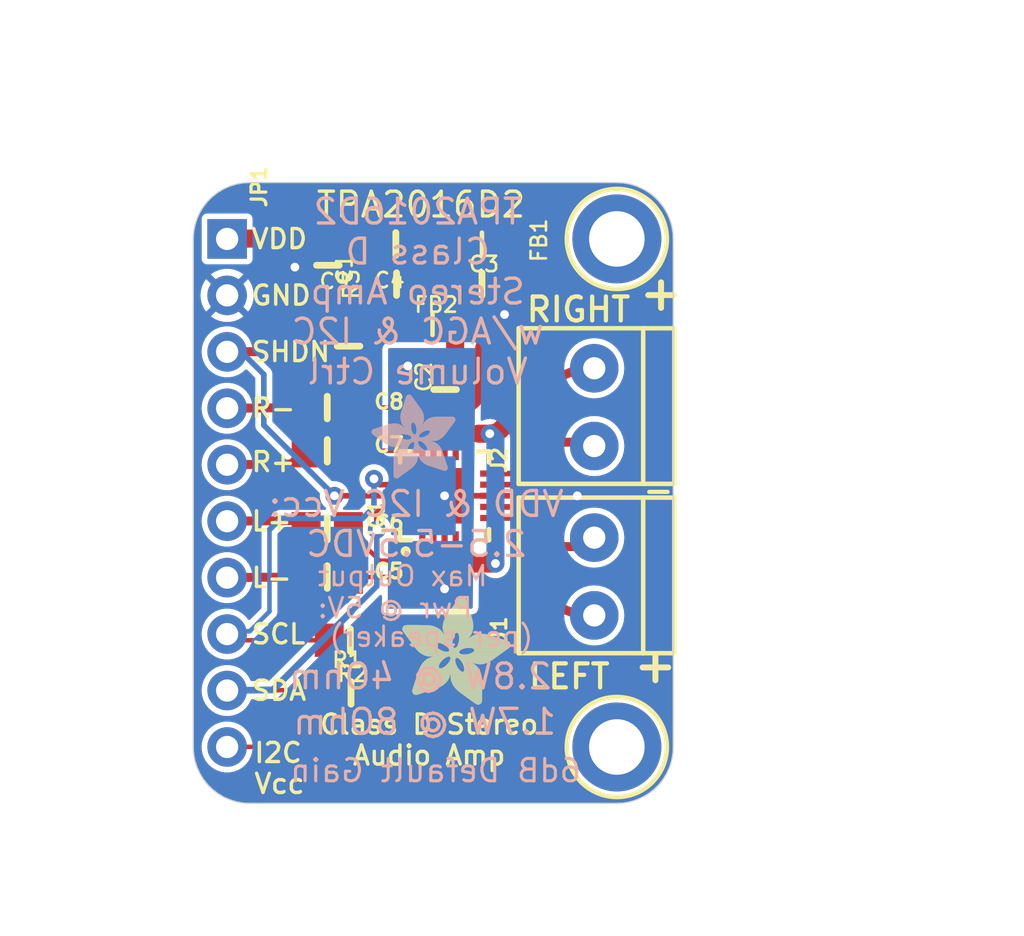
<source format=kicad_pcb>
(kicad_pcb (version 20221018) (generator pcbnew)
  (layers (0 "F.Cu" signal) (31 "B.Cu" signal) (34 "B.Paste" user) (35 "F.Paste" user) (36 "B.SilkS" user "B.Silkscreen") (37 "F.SilkS" user "F.Silkscreen") (38 "B.Mask" user) (39 "F.Mask" user) (44 "Edge.Cuts" user))
  (net 0 "")
  (net 1 "SCL")
  (net 2 "SDA")
  (net 3 "VDD")
  (net 4 "GND")
  (net 5 "AVDD")
  (net 6 "AGND")
  (net 7 "IN_L_N")
  (net 8 "IN_L_P")
  (net 9 "IN_R_N")
  (net 10 "IN_R_P")
  (net 11 "OUT_L_N")
  (net 12 "OUT_L_P")
  (net 13 "OUT_R_N")
  (net 14 "OUT_R_P")
  (net 15 "N$1")
  (net 16 "N$2")
  (net 17 "N$3")
  (net 18 "N$4")
  (net 19 "SHUTDOWN")
  (net 20 "I2C_VCC")
  (footprint "working:_0805MP" (layer "F.Cu") (at 150.6901 93.7986)
    (fp_text reference "FB1" (at 2.5635 0.8915 90) (layer "F.SilkS") (effects (font (size 0.692831 0.692831) (thickness 0.119969)) (justify left)))
    (fp_text value "ferrite")
    (pad "1" smd rect (at -1.016 0) (size 1.2 1.3) (layers "F.Cu" "F.Paste" "F.Mask") (net 3 "VDD"))
    (pad "2" smd rect (at 1.016 0) (size 1.2 1.3) (layers "F.Cu" "F.Paste" "F.Mask") (net 5 "AVDD"))
  )
  (footprint "working:0805-NO" (layer "F.Cu") (at 144.8011 113.9976)
    (fp_text reference "R2" (at -0.6875 -0.8525) (layer "F.SilkS") (effects (font (size 0.692831 0.692831) (thickness 0.119969)) (justify left)))
    (fp_text value "10K")
    (pad "1" smd rect (at -0.95 0) (size 1.3 1.5) (layers "F.Cu" "F.Paste" "F.Mask") (net 2 "SDA"))
    (pad "2" smd rect (at 0.95 0) (size 1.3 1.5) (layers "F.Cu" "F.Paste" "F.Mask") (net 20 "I2C_VCC"))
  )
  (footprint "working:TERMBLOCK_1X2-3.5MM" (layer "F.Cu") (at 155.7401 108.8136 90)
    (fp_text reference "J1" (at -3 -3.89 90) (layer "F.SilkS") (effects (font (size 0.666496 0.666496) (thickness 0.146304)) (justify left bottom)))
    (fp_text value "")
    (pad "1" thru_hole circle (at 1.8 0 90) (size 2.1844 2.1844) (drill 1) (layers "*.Cu" "*.Mask") (net 11 "OUT_L_N"))
    (pad "2" thru_hole circle (at -1.7 0 90) (size 2.1844 2.1844) (drill 1) (layers "*.Cu" "*.Mask") (net 12 "OUT_L_P"))
  )
  (footprint "working:MOUNTINGHOLE_2.5_PLATED_THICK" (layer "F.Cu") (at 156.7561 116.4336)
    (fp_text reference "U$20" hide)
    (fp_text value "MOUNTINGHOLE2.5_THICK" hide)
    (pad "P$1" thru_hole circle (at 0 0) (size 4 4) (drill 2.5) (layers "*.Cu" "*.Mask"))
    (zone (net 0) (net_name "") (layer "B.Cu") (connect_pads (clearance 0)) (min_thickness 0.25)
      (keepout (tracks not_allowed) (vias not_allowed) (pads not_allowed) (copperpour not_allowed) (footprints allowed))
      (fill (thermal_gap 0.5) (thermal_bridge_width 0.5))
      (polygon (pts (xy 159.0221 116.4336) (xy 159.001882 116.131572) (xy 158.941587 115.834933) (xy 158.842293 115.548978) (xy 158.70577 115.278809) (xy 158.534455 115.029247) (xy 158.331406 114.804746) (xy 158.100245 114.609311) (xy 157.845098 114.446431) (xy 157.570518 114.319013) (xy 157.281404 114.229329) (xy 156.982917 114.17898) (xy 156.680382 114.168865) (xy 156.379198 114.199165) (xy 156.08474 114.269338) (xy 155.802262 114.378132) (xy 155.536805 114.523606) (xy 155.293107 114.703164) (xy 155.075516 114.913602) (xy 154.887915 115.151164) (xy 154.733652 115.411611) (xy 154.61548 115.690296) (xy 154.535507 115.982245) (xy 154.49516 116.282248) (xy 154.49516 116.584952) (xy 154.535507 116.884955) (xy 154.61548 117.176904) (xy 154.733652 117.455589) (xy 154.887915 117.716036) (xy 155.075516 117.953598) (xy 155.293107 118.164036) (xy 155.536805 118.343594) (xy 155.802262 118.489068) (xy 156.08474 118.597862) (xy 156.379198 118.668035) (xy 156.680382 118.698335) (xy 156.982917 118.68822) (xy 157.281404 118.637871) (xy 157.570518 118.548187) (xy 157.845098 118.420769) (xy 158.100245 118.257889) (xy 158.331406 118.062454) (xy 158.534455 117.837953) (xy 158.70577 117.588391) (xy 158.842293 117.318222) (xy 158.941587 117.032267) (xy 159.001882 116.735628)))
      (polygon (pts (xy 156.9901 116.4336) (xy 156.96987 116.338424) (xy 156.912677 116.259704) (xy 156.82841 116.211053) (xy 156.73164 116.200882) (xy 156.6391 116.23095) (xy 156.56679 116.296058) (xy 156.527213 116.384949) (xy 156.527213 116.482251) (xy 156.56679 116.571142) (xy 156.6391 116.63625) (xy 156.73164 116.666318) (xy 156.82841 116.656147) (xy 156.912677 116.607496) (xy 156.96987 116.528776)))
    )
  )
  (footprint "working:0805-NO" (layer "F.Cu") (at 146.8171 93.7986 180)
    (fp_text reference "C4" (at 1.0395 -1.6355) (layer "F.SilkS") (effects (font (size 0.692831 0.692831) (thickness 0.119969)) (justify left)))
    (fp_text value "0.1µF")
    (pad "1" smd rect (at -0.95 0 180) (size 1.3 1.5) (layers "F.Cu" "F.Paste" "F.Mask") (net 3 "VDD"))
    (pad "2" smd rect (at 0.95 0 180) (size 1.3 1.5) (layers "F.Cu" "F.Paste" "F.Mask") (net 4 "GND"))
  )
  (footprint "working:0805-NO" (layer "F.Cu") (at 146.8501 95.6056 180)
    (fp_text reference "C9" (at 2.032 0.127) (layer "F.SilkS") (effects (font (size 0.692831 0.692831) (thickness 0.119969)) (justify right)))
    (fp_text value "10µF")
    (pad "1" smd rect (at -0.95 0 180) (size 1.3 1.5) (layers "F.Cu" "F.Paste" "F.Mask") (net 3 "VDD"))
    (pad "2" smd rect (at 0.95 0 180) (size 1.3 1.5) (layers "F.Cu" "F.Paste" "F.Mask") (net 4 "GND"))
  )
  (footprint "working:0805-NO" (layer "F.Cu") (at 143.7601 94.7596 -90)
    (fp_text reference "C1" (at -0.5875 -0.7525 90) (layer "F.SilkS") (effects (font (size 0.692831 0.692831) (thickness 0.119969)) (justify right)))
    (fp_text value "10µF")
    (pad "1" smd rect (at -0.95 0 270) (size 1.3 1.5) (layers "F.Cu" "F.Paste" "F.Mask") (net 3 "VDD"))
    (pad "2" smd rect (at 0.95 0 270) (size 1.3 1.5) (layers "F.Cu" "F.Paste" "F.Mask") (net 4 "GND"))
  )
  (footprint "working:0805-NO" (layer "F.Cu") (at 143.7331 103.1056)
    (fp_text reference "C7" (at 2.032 0.127) (layer "F.SilkS") (effects (font (size 0.666496 0.666496) (thickness 0.146304)) (justify left bottom)))
    (fp_text value "1µF")
    (pad "1" smd rect (at -0.95 0) (size 1.3 1.5) (layers "F.Cu" "F.Paste" "F.Mask") (net 10 "IN_R_P"))
    (pad "2" smd rect (at 0.95 0) (size 1.3 1.5) (layers "F.Cu" "F.Paste" "F.Mask") (net 18 "N$4"))
  )
  (footprint "working:0805-NO" (layer "F.Cu") (at 143.7331 108.7866)
    (fp_text reference "C5" (at 2.032 0.127) (layer "F.SilkS") (effects (font (size 0.666496 0.666496) (thickness 0.146304)) (justify left bottom)))
    (fp_text value "1µF")
    (pad "1" smd rect (at -0.95 0) (size 1.3 1.5) (layers "F.Cu" "F.Paste" "F.Mask") (net 7 "IN_L_N"))
    (pad "2" smd rect (at 0.95 0) (size 1.3 1.5) (layers "F.Cu" "F.Paste" "F.Mask") (net 16 "N$2"))
  )
  (footprint "working:0805-NO" (layer "F.Cu") (at 143.7331 106.6146)
    (fp_text reference "C6" (at 2.032 0.127) (layer "F.SilkS") (effects (font (size 0.666496 0.666496) (thickness 0.146304)) (justify left bottom)))
    (fp_text value "1µF")
    (pad "1" smd rect (at -0.95 0) (size 1.3 1.5) (layers "F.Cu" "F.Paste" "F.Mask") (net 8 "IN_L_P"))
    (pad "2" smd rect (at 0.95 0) (size 1.3 1.5) (layers "F.Cu" "F.Paste" "F.Mask") (net 15 "N$1"))
  )
  (footprint "working:QFN20_4MM" (layer "F.Cu") (at 149.0091 105.1306 90)
    (fp_text reference "IC1" (at -1.905 -2.667 90) (layer "F.SilkS") (effects (font (size 0.666496 0.666496) (thickness 0.146304)) (justify left bottom)))
    (fp_text value "TPA2016D2QFN")
    (pad "P$1" smd rect (at -1.965 -1 180) (size 0.28 0.73) (layers "F.Cu" "F.Paste") (net 15 "N$1"))
    (pad "P$2" smd rect (at -1.965 -0.5 180) (size 0.28 0.73) (layers "F.Cu" "F.Paste") (net 16 "N$2"))
    (pad "P$3" smd rect (at -1.965 0 180) (size 0.28 0.73) (layers "F.Cu" "F.Paste") (net 6 "AGND"))
    (pad "P$4" smd rect (at -1.965 0.5 180) (size 0.28 0.73) (layers "F.Cu" "F.Paste") (net 3 "VDD"))
    (pad "P$5" smd rect (at -1.965 1 180) (size 0.28 0.73) (layers "F.Cu" "F.Paste") (net 3 "VDD"))
    (pad "P$6" smd rect (at -1 1.965 270) (size 0.28 0.73) (layers "F.Cu" "F.Paste") (net 12 "OUT_L_P"))
    (pad "P$7" smd rect (at -0.5 1.965 270) (size 0.28 0.73) (layers "F.Cu" "F.Paste") (net 11 "OUT_L_N"))
    (pad "P$8" smd rect (at 0 1.965 270) (size 0.28 0.73) (layers "F.Cu" "F.Paste") (net 4 "GND"))
    (pad "P$9" smd rect (at 0.5 1.965 270) (size 0.28 0.73) (layers "F.Cu" "F.Paste") (net 13 "OUT_R_N"))
    (pad "P$10" smd rect (at 1 1.965 270) (size 0.28 0.73) (layers "F.Cu" "F.Paste") (net 14 "OUT_R_P"))
    (pad "P$11" smd rect (at 1.965 1) (size 0.28 0.73) (layers "F.Cu" "F.Paste") (net 3 "VDD"))
    (pad "P$12" smd rect (at 1.965 0.5) (size 0.28 0.73) (layers "F.Cu" "F.Paste") (net 3 "VDD"))
    (pad "P$13" smd rect (at 1.965 0) (size 0.28 0.73) (layers "F.Cu" "F.Paste") (net 5 "AVDD"))
    (pad "P$14" smd rect (at 1.965 -0.5) (size 0.28 0.73) (layers "F.Cu" "F.Paste") (net 17 "N$3"))
    (pad "P$15" smd rect (at 1.965 -1) (size 0.28 0.73) (layers "F.Cu" "F.Paste") (net 18 "N$4"))
    (pad "P$16" smd rect (at 1 -1.965 90) (size 0.28 0.73) (layers "F.Cu" "F.Paste"))
    (pad "P$17" smd rect (at 0.5 -1.965 90) (size 0.28 0.73) (layers "F.Cu" "F.Paste") (net 1 "SCL"))
    (pad "P$18" smd rect (at 0 -1.965 90) (size 0.28 0.73) (layers "F.Cu" "F.Paste") (net 19 "SHUTDOWN"))
    (pad "P$19" smd rect (at -0.5 -1.965 90) (size 0.28 0.73) (layers "F.Cu" "F.Paste") (net 2 "SDA"))
    (pad "P$20" smd rect (at -1 -1.965 90) (size 0.28 0.73) (layers "F.Cu" "F.Paste"))
    (pad "P$21" smd rect (at 0 0 90) (size 2.5 2.5) (layers "F.Cu" "F.Mask") (net 4 "GND"))
  )
  (footprint "working:0805-NO" (layer "F.Cu") (at 144.6911 98.3996 90)
    (fp_text reference "R3" (at 2.032 0.127 90) (layer "F.SilkS") (effects (font (size 0.692831 0.692831) (thickness 0.119969)) (justify left)))
    (fp_text value "100K")
    (pad "1" smd rect (at -0.95 0 90) (size 1.3 1.5) (layers "F.Cu" "F.Paste" "F.Mask") (net 19 "SHUTDOWN"))
    (pad "2" smd rect (at 0.95 0 90) (size 1.3 1.5) (layers "F.Cu" "F.Paste" "F.Mask") (net 3 "VDD"))
  )
  (footprint "working:FIDUCIAL_1MM" (layer "F.Cu") (at 141.1981 91.9686)
    (fp_text reference "FID1" hide)
    (fp_text value "FIDUCIAL\"\"" hide)
    (pad "1" smd roundrect (at 0 0) (size 1 1) (layers "F.Cu" "F.Mask") (roundrect_rratio 0.5))
  )
  (footprint "working:FIDUCIAL_1MM" (layer "F.Cu") (at 151.1681 109.9566)
    (fp_text reference "FID3" hide)
    (fp_text value "FIDUCIAL\"\"" hide)
    (pad "1" smd roundrect (at 0 0) (size 1 1) (layers "F.Cu" "F.Mask") (roundrect_rratio 0.5))
  )
  (footprint "working:TERMBLOCK_1X2-3.5MM" (layer "F.Cu") (at 155.7401 101.1936 90)
    (fp_text reference "J2" (at -3 -3.89 90) (layer "F.SilkS") (effects (font (size 0.666496 0.666496) (thickness 0.146304)) (justify left bottom)))
    (fp_text value "")
    (pad "1" thru_hole circle (at 1.8 0 90) (size 2.1844 2.1844) (drill 1) (layers "*.Cu" "*.Mask") (net 14 "OUT_R_P"))
    (pad "2" thru_hole circle (at -1.7 0 90) (size 2.1844 2.1844) (drill 1) (layers "*.Cu" "*.Mask") (net 13 "OUT_R_N"))
  )
  (footprint "working:FIDUCIAL_1MM" (layer "F.Cu") (at 153.3741 117.6726)
    (fp_text reference "FID2" hide)
    (fp_text value "FIDUCIAL\"\"" hide)
    (pad "1" smd roundrect (at 0 0) (size 1 1) (layers "F.Cu" "F.Mask") (roundrect_rratio 0.5))
  )
  (footprint "working:MOUNTINGHOLE_2.5_PLATED_THICK" (layer "F.Cu") (at 156.7561 93.5736)
    (fp_text reference "U$21" hide)
    (fp_text value "MOUNTINGHOLE2.5_THICK" hide)
    (pad "P$1" thru_hole circle (at 0 0) (size 4 4) (drill 2.5) (layers "*.Cu" "*.Mask"))
    (zone (net 0) (net_name "") (layer "B.Cu") (connect_pads (clearance 0)) (min_thickness 0.25)
      (keepout (tracks not_allowed) (vias not_allowed) (pads not_allowed) (copperpour not_allowed) (footprints allowed))
      (fill (thermal_gap 0.5) (thermal_bridge_width 0.5))
      (polygon (pts (xy 159.0221 93.5736) (xy 159.001882 93.271572) (xy 158.941587 92.974933) (xy 158.842293 92.688978) (xy 158.70577 92.418809) (xy 158.534455 92.169247) (xy 158.331406 91.944746) (xy 158.100245 91.749311) (xy 157.845098 91.586431) (xy 157.570518 91.459013) (xy 157.281404 91.369329) (xy 156.982917 91.31898) (xy 156.680382 91.308865) (xy 156.379198 91.339165) (xy 156.08474 91.409338) (xy 155.802262 91.518132) (xy 155.536805 91.663606) (xy 155.293107 91.843164) (xy 155.075516 92.053602) (xy 154.887915 92.291164) (xy 154.733652 92.551611) (xy 154.61548 92.830296) (xy 154.535507 93.122245) (xy 154.49516 93.422248) (xy 154.49516 93.724952) (xy 154.535507 94.024955) (xy 154.61548 94.316904) (xy 154.733652 94.595589) (xy 154.887915 94.856036) (xy 155.075516 95.093598) (xy 155.293107 95.304036) (xy 155.536805 95.483594) (xy 155.802262 95.629068) (xy 156.08474 95.737862) (xy 156.379198 95.808035) (xy 156.680382 95.838335) (xy 156.982917 95.82822) (xy 157.281404 95.777871) (xy 157.570518 95.688187) (xy 157.845098 95.560769) (xy 158.100245 95.397889) (xy 158.331406 95.202454) (xy 158.534455 94.977953) (xy 158.70577 94.728391) (xy 158.842293 94.458222) (xy 158.941587 94.172267) (xy 159.001882 93.875628)))
      (polygon (pts (xy 156.9901 93.5736) (xy 156.96987 93.478424) (xy 156.912677 93.399704) (xy 156.82841 93.351053) (xy 156.73164 93.340882) (xy 156.6391 93.37095) (xy 156.56679 93.436058) (xy 156.527213 93.524949) (xy 156.527213 93.622251) (xy 156.56679 93.711142) (xy 156.6391 93.77625) (xy 156.73164 93.806318) (xy 156.82841 93.796147) (xy 156.912677 93.747496) (xy 156.96987 93.668776)))
    )
  )
  (footprint "working:1X10_ROUND70" (layer "F.Cu") (at 139.2301 105.0036 -90)
    (fp_text reference "JP1" (at -12.7762 -1.8288 -90) (layer "F.SilkS") (effects (font (size 0.666496 0.666496) (thickness 0.146304)) (justify left bottom)))
    (fp_text value "")
    (pad "1" thru_hole rect (at -11.43 0) (size 1.778 1.778) (drill 1) (layers "*.Cu" "*.Mask") (net 3 "VDD"))
    (pad "2" thru_hole circle (at -8.89 0) (size 1.778 1.778) (drill 1) (layers "*.Cu" "*.Mask") (net 4 "GND"))
    (pad "3" thru_hole circle (at -6.35 0) (size 1.778 1.778) (drill 1) (layers "*.Cu" "*.Mask") (net 19 "SHUTDOWN"))
    (pad "4" thru_hole circle (at -3.81 0) (size 1.778 1.778) (drill 1) (layers "*.Cu" "*.Mask") (net 9 "IN_R_N"))
    (pad "5" thru_hole circle (at -1.27 0) (size 1.778 1.778) (drill 1) (layers "*.Cu" "*.Mask") (net 10 "IN_R_P"))
    (pad "6" thru_hole circle (at 1.27 0) (size 1.778 1.778) (drill 1) (layers "*.Cu" "*.Mask") (net 8 "IN_L_P"))
    (pad "7" thru_hole circle (at 3.81 0) (size 1.778 1.778) (drill 1) (layers "*.Cu" "*.Mask") (net 7 "IN_L_N"))
    (pad "8" thru_hole circle (at 6.35 0) (size 1.778 1.778) (drill 1) (layers "*.Cu" "*.Mask") (net 1 "SCL"))
    (pad "9" thru_hole circle (at 8.89 0) (size 1.778 1.778) (drill 1) (layers "*.Cu" "*.Mask") (net 2 "SDA"))
    (pad "10" thru_hole circle (at 11.43 0) (size 1.778 1.778) (drill 1) (layers "*.Cu" "*.Mask") (net 20 "I2C_VCC"))
  )
  (footprint "working:_0805MP" (layer "F.Cu") (at 148.4681 97.3866)
    (fp_text reference "FB2" (at -0.8875 -0.8525) (layer "F.SilkS") (effects (font (size 0.692831 0.692831) (thickness 0.119969)) (justify left)))
    (fp_text value "ferrite")
    (pad "1" smd rect (at -1.016 0) (size 1.2 1.3) (layers "F.Cu" "F.Paste" "F.Mask") (net 4 "GND"))
    (pad "2" smd rect (at 1.016 0) (size 1.2 1.3) (layers "F.Cu" "F.Paste" "F.Mask") (net 6 "AGND"))
  )
  (footprint "working:0805-NO" (layer "F.Cu") (at 143.7331 101.1606)
    (fp_text reference "C8" (at 2.032 0.127) (layer "F.SilkS") (effects (font (size 0.666496 0.666496) (thickness 0.146304)) (justify left bottom)))
    (fp_text value "1µF")
    (pad "1" smd rect (at -0.95 0) (size 1.3 1.5) (layers "F.Cu" "F.Paste" "F.Mask") (net 9 "IN_R_N"))
    (pad "2" smd rect (at 0.95 0) (size 1.3 1.5) (layers "F.Cu" "F.Paste" "F.Mask") (net 17 "N$3"))
  )
  (footprint "working:ADAFRUIT_5MM" (layer "F.Cu") (at 147.1041 114.5286)
    (fp_text reference "U$3" hide)
    (fp_text value "" hide)
  )
  (footprint "working:0805-NO" (layer "F.Cu") (at 144.7721 111.6306)
    (fp_text reference "R1" (at 0.6195 0.8905) (layer "F.SilkS") (effects (font (size 0.692831 0.692831) (thickness 0.119969)) (justify right)))
    (fp_text value "10K")
    (pad "1" smd rect (at -0.95 0) (size 1.3 1.5) (layers "F.Cu" "F.Paste" "F.Mask") (net 1 "SCL"))
    (pad "2" smd rect (at 0.95 0) (size 1.3 1.5) (layers "F.Cu" "F.Paste" "F.Mask") (net 20 "I2C_VCC"))
  )
  (footprint "working:0805-NO" (layer "F.Cu") (at 149.0311 100.3496 90)
    (fp_text reference "C2" (at -0.1875 -0.9525 90) (layer "F.SilkS") (effects (font (size 0.692831 0.692831) (thickness 0.119969)) (justify left)))
    (fp_text value "0.1µF")
    (pad "1" smd rect (at -0.95 0 90) (size 1.3 1.5) (layers "F.Cu" "F.Paste" "F.Mask") (net 5 "AVDD"))
    (pad "2" smd rect (at 0.95 0 90) (size 1.3 1.5) (layers "F.Cu" "F.Paste" "F.Mask") (net 6 "AGND"))
  )
  (footprint "working:0805-NO" (layer "F.Cu") (at 150.6901 95.6086 180)
    (fp_text reference "C3" (at 0.6675 0.9005) (layer "F.SilkS") (effects (font (size 0.692831 0.692831) (thickness 0.119969)) (justify left)))
    (fp_text value "0.1µF")
    (pad "1" smd rect (at -0.95 0 180) (size 1.3 1.5) (layers "F.Cu" "F.Paste" "F.Mask") (net 4 "GND"))
    (pad "2" smd rect (at 0.95 0 180) (size 1.3 1.5) (layers "F.Cu" "F.Paste" "F.Mask") (net 6 "AGND"))
  )
  (footprint "working:ADAFRUIT_3.5MM" (layer "B.Cu") (at 149.5171 104.3686 180)
    (fp_text reference "U$4" hide)
    (fp_text value "" hide)
  )
  (gr_line (start 159.2961 93.5736) (end 159.2961 116.4336) (stroke (width 0.05)) (layer "Edge.Cuts"))
  (gr_arc (start 140.2461 118.9736) (mid 138.450049 118.229651) (end 137.7061 116.4336) (stroke (width 0.05)) (layer "Edge.Cuts"))
  (gr_arc (start 137.7061 93.5736) (mid 138.450049 91.777549) (end 140.2461 91.0336) (stroke (width 0.05)) (layer "Edge.Cuts"))
  (gr_line (start 140.2461 91.0336) (end 156.7561 91.0336) (stroke (width 0.05)) (layer "Edge.Cuts"))
  (gr_line (start 137.7061 116.4336) (end 137.7061 93.5736) (stroke (width 0.05)) (layer "Edge.Cuts"))
  (gr_arc (start 159.2961 116.4336) (mid 158.552151 118.229651) (end 156.7561 118.9736) (stroke (width 0.05)) (layer "Edge.Cuts"))
  (gr_arc (start 156.7561 91.0336) (mid 158.552151 91.777549) (end 159.2961 93.5736) (stroke (width 0.05)) (layer "Edge.Cuts"))
  (gr_line (start 156.7561 118.9736) (end 140.2461 118.9736) (stroke (width 0.05)) (layer "Edge.Cuts"))
  (gr_text "2.8W @ 4Ohm" (at 153.9201 113.9136) (layer "B.SilkS") (effects (font (size 1.1176 1.1176) (thickness 0.1524)) (justify left bottom mirror)))
  (gr_text "VDD & I2C Vcc:\n2.5-5.5VDC" (at 147.7391 106.4006) (layer "B.SilkS") (effects (font (size 1.1176 1.1176) (thickness 0.1524)) (justify mirror)))
  (gr_text "6dB Default Gain" (at 155.2321 118.0846) (layer "B.SilkS") (effects (font (size 1.00584 1.00584) (thickness 0.13716)) (justify left bottom mirror)))
  (gr_text "(per speaker)" (at 153.0731 111.9886) (layer "B.SilkS") (effects (font (size 0.89408 0.89408) (thickness 0.12192)) (justify left bottom mirror)))
  (gr_text "1.7W @ 8Ohm" (at 154.1201 115.9536) (layer "B.SilkS") (effects (font (size 1.1176 1.1176) (thickness 0.1524)) (justify left bottom mirror)))
  (gr_text "Max Output \nPwr @ 5V:" (at 146.7861 109.4606) (layer "B.SilkS") (effects (font (size 0.89408 0.89408) (thickness 0.12192)) (justify mirror)))
  (gr_text "TPA2016D2\nClass D\nStereo Amp\nw/AGC & I2C\nVolume Ctrl" (at 147.8021 95.9446) (layer "B.SilkS") (effects (font (size 1.1176 1.1176) (thickness 0.1524)) (justify mirror)))
  (gr_text "R+" (at 140.2461 104.1146) (layer "F.SilkS") (effects (font (size 0.8636 0.8636) (thickness 0.1524)) (justify left bottom)))
  (gr_text "GND" (at 140.2461 96.6216) (layer "F.SilkS") (effects (font (size 0.8636 0.8636) (thickness 0.1524)) (justify left bottom)))
  (gr_text "SCL" (at 140.2461 111.8616) (layer "F.SilkS") (effects (font (size 0.8636 0.8636) (thickness 0.1524)) (justify left bottom)))
  (gr_text "VDD" (at 140.2461 94.0816) (layer "F.SilkS") (effects (font (size 0.8636 0.8636) (thickness 0.1524)) (justify left bottom)))
  (gr_text "LEFT" (at 152.6921 113.8936) (layer "F.SilkS") (effects (font (size 1.0795 1.0795) (thickness 0.1905)) (justify left bottom)))
  (gr_text "SHDN" (at 140.2461 99.1616) (layer "F.SilkS") (effects (font (size 0.8636 0.8636) (thickness 0.1524)) (justify left bottom)))
  (gr_text "RIGHT" (at 152.5921 97.3836) (layer "F.SilkS") (effects (font (size 1.0795 1.0795) (thickness 0.1905)) (justify left bottom)))
  (gr_text "L+" (at 140.2461 106.7816) (layer "F.SilkS") (effects (font (size 0.8636 0.8636) (thickness 0.1524)) (justify left bottom)))
  (gr_text "TPA2016D2" (at 143.1671 92.6846) (layer "F.SilkS") (effects (font (size 1.1176 1.1176) (thickness 0.1524)) (justify left bottom)))
  (gr_text "I2C\nVcc" (at 140.3731 118.5926) (layer "F.SilkS") (effects (font (size 0.8636 0.8636) (thickness 0.1524)) (justify left bottom)))
  (gr_text "SDA" (at 140.2461 114.4016) (layer "F.SilkS") (effects (font (size 0.8636 0.8636) (thickness 0.1524)) (justify left bottom)))
  (gr_text "-" (at 159.4201 104.2446) (layer "F.SilkS") (effects (font (size 1.0795 1.0795) (thickness 0.1905)) (justify right top)))
  (gr_text "+" (at 159.2651 113.9656 90) (layer "F.SilkS") (effects (font (size 1.5113 1.5113) (thickness 0.2667)) (justify left bottom)))
  (gr_text "Class D Stereo\nAudio Amp" (at 148.3156 116.1161) (layer "F.SilkS") (effects (font (size 0.8636 0.8636) (thickness 0.1524))))
  (gr_text "R-" (at 140.2461 101.7016) (layer "F.SilkS") (effects (font (size 0.8636 0.8636) (thickness 0.1524)) (justify left bottom)))
  (gr_text "+" (at 159.5191 97.2116 90) (layer "F.SilkS") (effects (font (size 1.5113 1.5113) (thickness 0.2667)) (justify left bottom)))
  (gr_text "L-" (at 140.2461 109.3216) (layer "F.SilkS") (effects (font (size 0.8636 0.8636) (thickness 0.1524)) (justify left bottom)))
  (segment (start 146.0961 104.6306) (end 145.8341 104.3686) (width 0.254) (layer "F.Cu") (net 1))
  (segment (start 143.8221 111.6306) (end 139.5131 111.6306) (width 0.2032) (layer "F.Cu") (net 1))
  (segment (start 139.5131 111.6306) (end 139.2301 111.3536) (width 0.2032) (layer "F.Cu") (net 1))
  (segment (start 147.0441 104.6306) (end 146.0961 104.6306) (width 0.254) (layer "F.Cu") (net 1))
  (via (at 145.8341 104.3686) (size 0.8001) (drill 0.3937) (layers "F.Cu" "B.Cu") (net 1))
  (segment (start 145.8341 104.3686) (end 145.8341 105.6386) (width 0.254) (layer "B.Cu") (net 1))
  (segment (start 141.6431 106.1466) (end 141.1351 106.6546) (width 0.254) (layer "B.Cu") (net 1))
  (segment (start 141.1351 106.6546) (end 141.1351 110.3376) (width 0.2032) (layer "B.Cu") (net 1))
  (segment (start 145.3261 106.1466) (end 141.6431 106.1466) (width 0.254) (layer "B.Cu") (net 1))
  (segment (start 145.8341 105.6386) (end 145.3261 106.1466) (width 0.254) (layer "B.Cu") (net 1))
  (segment (start 140.2461 111.2266) (end 139.3031 111.2266) (width 0.2032) (layer "B.Cu") (net 1))
  (segment (start 139.3031 111.2266) (end 139.2301 111.3536) (width 0.2032) (layer "B.Cu") (net 1))
  (segment (start 141.1351 110.3376) (end 140.2461 111.2266) (width 0.2032) (layer "B.Cu") (net 1))
  (segment (start 147.0441 105.6306) (end 146.2231 105.6306) (width 0.254) (layer "F.Cu") (net 2))
  (segment (start 145.9611 105.8926) (end 145.9611 106.6546) (width 0.254) (layer "F.Cu") (net 2))
  (segment (start 143.8891 113.8936) (end 143.8511 113.9976) (width 0.254) (layer "F.Cu") (net 2))
  (segment (start 143.6511 113.8636) (end 143.8511 113.9976) (width 0.2032) (layer "F.Cu") (net 2))
  (segment (start 139.2301 113.8936) (end 143.6511 113.8636) (width 0.2032) (layer "F.Cu") (net 2))
  (segment (start 146.2231 105.6306) (end 145.9611 105.8926) (width 0.254) (layer "F.Cu") (net 2))
  (via (at 145.9611 106.6546) (size 0.8001) (drill 0.3937) (layers "F.Cu" "B.Cu") (net 2))
  (segment (start 144.8181 110.3376) (end 141.2921 113.8636) (width 0.3048) (layer "B.Cu") (net 2))
  (segment (start 145.9611 109.1946) (end 144.8181 110.3376) (width 0.254) (layer "B.Cu") (net 2))
  (segment (start 141.2921 113.8636) (end 139.2301 113.8936) (width 0.3048) (layer "B.Cu") (net 2))
  (segment (start 145.9611 106.6546) (end 145.9611 109.1946) (width 0.254) (layer "B.Cu") (net 2))
  (segment (start 149.5091 107.0956) (end 149.5091 108.1706) (width 0.254) (layer "F.Cu") (net 3))
  (segment (start 149.6441 93.7686) (end 149.6441 92.1766) (width 0.8128) (layer "F.Cu") (net 3))
  (segment (start 153.265047 98.902088) (end 153.461827 98.746441) (width 0.8128) (layer "F.Cu") (net 3))
  (segment (start 153.690937 92.701587) (end 153.534401 92.529397) (width 0.8128) (layer "F.Cu") (net 3))
  (segment (start 152.27375 99.183237) (end 152.4381 99.1616) (width 0.8128) (layer "F.Cu") (net 3))
  (segment (start 141.8971 97.3836) (end 144.6911 97.4496) (width 0.8128) (layer "F.Cu") (net 3))
  (segment (start 151.210661 102.317495) (end 151.371719 102.261138) (width 0.8128) (layer "F.Cu") (net 3))
  (segment (start 151.888174 99.4791) (end 151.989087 99.347587) (width 0.8128) (layer "F.Cu") (net 3))
  (segment (start 144.0351 92.250286) (end 144.16775 92.195341) (width 0.8128) (layer "F.Cu") (net 3))
  (segment (start 151.8031 99.7966) (end 151.824737 99.63225) (width 0.8128) (layer "F.Cu") (net 3))
  (segment (start 153.903398 93.113687) (end 153.815195 92.898343) (width 0.8128) (layer "F.Cu") (net 3))
  (segment (start 153.952868 93.341075) (end 153.903398 93.113687) (width 0.8128) (layer "F.Cu") (net 3))
  (segment (start 149.6441 92.1766) (end 152.6921 92.1766) (width 0.8128) (layer "F.Cu") (net 3))
  (segment (start 151.0411 102.3366) (end 151.0411 102.3366) (width 0.8128) (layer "F.Cu") (net 3))
  (segment (start 151.636856 102.049699) (end 151.727638 101.905219) (width 0.8128) (layer "F.Cu") (net 3))
  (segment (start 141.2621 93.5436) (end 143.5601 93.5436) (width 0.8128) (layer "F.Cu") (net 3))
  (segment (start 151.727638 101.905219) (end 151.8031 101.5746) (width 0.8128) (layer "F.Cu") (net 3))
  (segment (start 153.350343 92.387005) (end 153.144354 92.278738) (width 0.8128) (layer "F.Cu") (net 3))
  (segment (start 152.1206 99.246674) (end 152.27375 99.183237) (width 0.8128) (layer "F.Cu") (net 3))
  (segment (start 143.7601 92.7266) (end 143.778841 92.58425) (width 0.8128) (layer "F.Cu") (net 3))
  (segment (start 153.144354 92.278738) (end 152.6921 92.1766) (width 0.8128) (layer "F.Cu") (net 3))
  (segment (start 141.2621 96.7486) (end 141.283737 96.91295) (width 0.8128) (layer "F.Cu") (net 3))
  (segment (start 150.0091 103.1656) (end 150.0091 102.4476) (width 0.254) (layer "F.Cu") (net 3))
  (segment (start 151.371719 102.261138) (end 151.516199 102.170356) (width 0.8128) (layer "F.Cu") (net 3))
  (segment (start 149.6441 93.7686) (end 149.6441 93.7686) (width 0.8128) (layer "F.Cu") (net 3))
  (segment (start 143.778841 92.58425) (end 143.833786 92.4516) (width 0.8128) (layer "F.Cu") (net 3))
  (segment (start 144.16775 92.195341) (end 144.3101 92.1766) (width 0.8128) (layer "F.Cu") (net 3))
  (segment (start 151.8031 101.5746) (end 151.8031 99.7966) (width 0.8128) (layer "F.Cu") (net 3))
  (segment (start 153.9621 97.3836) (end 153.9621 93.5736) (width 0.8128) (layer "F.Cu") (net 3))
  (segment (start 151.824737 99.63225) (end 151.888174 99.4791) (width 0.8128) (layer "F.Cu") (net 3))
  (segment (start 150.0091 102.4476) (end 149.8981 102.3366) (width 0.254) (layer "F.Cu") (net 3))
  (segment (start 153.534401 92.529397) (end 153.350343 92.387005) (width 0.8128) (layer "F.Cu") (net 3))
  (segment (start 141.347174 97.0661) (end 141.448087 97.197613) (width 0.8128) (layer "F.Cu") (net 3))
  (segment (start 152.5651 99.1616) (end 152.811094 99.112254) (width 0.8128) (layer "F.Cu") (net 3))
  (segment (start 147.8331 95.5726) (end 147.8001 95.6056) (width 0.8128) (layer "F.Cu") (net 3))
  (segment (start 143.921191 92.337691) (end 144.0351 92.250286) (width 0.8128) (layer "F.Cu") (net 3))
  (segment (start 149.5091 108.1706) (end 149.7711 108.1786) (width 0.254) (layer "F.Cu") (net 3))
  (segment (start 141.5796 97.298526) (end 141.73275 97.361963) (width 0.8128) (layer "F.Cu") (net 3))
  (segment (start 151.8031 99.7966) (end 151.8031 99.7966) (width 0.8128) (layer "F.Cu") (net 3))
  (segment (start 143.5601 93.5436) (end 143.646753 93.573965) (width 0.8128) (layer "F.Cu") (net 3))
  (segment (start 149.7711 102.3366) (end 149.8981 102.3366) (width 0.254) (layer "F.Cu") (net 3))
  (segment (start 150.0091 108.1626) (end 150.0251 108.1786) (width 0.254) (layer "F.Cu") (net 3))
  (segment (start 150.0251 108.1786) (end 151.2951 108.1786) (width 0.8128) (layer "F.Cu") (net 3))
  (segment (start 153.9621 93.5736) (end 153.952868 93.341075) (width 0.8128) (layer "F.Cu") (net 3))
  (segment (start 141.2621 96.7486) (end 141.2621 96.7486) (width 0.8128) (layer "F.Cu") (net 3))
  (segment (start 149.5091 102.5986) (end 149.7711 102.3366) (width 0.254) (layer "F.Cu") (net 3))
  (segment (start 147.7671 93.7986) (end 149.6741 93.7986) (width 0.8128) (layer "F.Cu") (net 3))
  (segment (start 151.0411 102.3366) (end 151.210661 102.317495) (width 0.8128) (layer "F.Cu") (net 3))
  (segment (start 144.3101 92.1766) (end 149.6441 92.1766) (width 0.8128) (layer "F.Cu") (net 3))
  (segment (start 149.8981 102.3366) (end 150.5331 102.3366) (width 0.254) (layer "F.Cu") (net 3))
  (segment (start 150.5331 102.3366) (end 151.0411 102.3366) (width 0.8128) (layer "F.Cu") (net 3))
  (segment (start 143.71519 93.635179) (end 143.7601 93.8096) (width 0.8128) (layer "F.Cu") (net 3))
  (segment (start 152.5651 99.1616) (end 152.5651 99.1616) (width 0.8128) (layer "F.Cu") (net 3))
  (segment (start 143.7601 92.7266) (end 143.7601 92.7266) (width 0.8128) (layer "F.Cu") (net 3))
  (segment (start 149.5091 103.1656) (end 149.5091 102.5986) (width 0.254) (layer "F.Cu") (net 3))
  (segment (start 149.7711 108.1786) (end 150.0251 108.1786) (width 0.8128) (layer "F.Cu") (net 3))
  (segment (start 153.461827 98.746441) (end 153.631836 98.561928) (width 0.8128) (layer "F.Cu") (net 3))
  (segment (start 141.283737 96.91295) (end 141.347174 97.0661) (width 0.8128) (layer "F.Cu") (net 3))
  (segment (start 152.811094 99.112254) (end 153.046341 99.025034) (width 0.8128) (layer "F.Cu") (net 3))
  (segment (start 141.2621 93.5436) (end 141.2621 96.7486) (width 0.8128) (layer "F.Cu") (net 3))
  (segment (start 153.631836 98.561928) (end 153.770888 98.353091) (width 0.8128) (layer "F.Cu") (net 3))
  (segment (start 149.6441 93.7686) (end 149.6741 93.7986) (width 0.8128) (layer "F.Cu") (net 3))
  (segment (start 147.8331 95.5726) (end 147.8331 95.5726) (width 0.8128) (layer "F.Cu") (net 3))
  (segment (start 143.646753 93.573965) (end 143.71519 93.635179) (width 0.8128) (layer "F.Cu") (net 3))
  (segment (start 152.4381 99.1616) (end 152.5651 99.1616) (width 0.8128) (layer "F.Cu") (net 3))
  (segment (start 147.7671 93.7986) (end 147.8331 95.5726) (width 0.8128) (layer "F.Cu") (net 3))
  (segment (start 151.989087 99.347587) (end 152.1206 99.246674) (width 0.8128) (layer "F.Cu") (net 3))
  (segment (start 153.9621 93.5736) (end 153.9621 93.5736) (width 0.8128) (layer "F.Cu") (net 3))
  (segment (start 153.046341 99.025034) (end 153.265047 98.902088) (width 0.8128) (layer "F.Cu") (net 3))
  (segment (start 151.516199 102.170356) (end 151.636856 102.049699) (width 0.8128) (layer "F.Cu") (net 3))
  (segment (start 153.815195 92.898343) (end 153.690937 92.701587) (width 0.8128) (layer "F.Cu") (net 3))
  (segment (start 143.833786 92.4516) (end 143.921191 92.337691) (width 0.8128) (layer "F.Cu") (net 3))
  (segment (start 153.770888 98.353091) (end 153.875558 98.125073) (width 0.8128) (layer "F.Cu") (net 3))
  (segment (start 150.0091 107.0956) (end 150.0091 108.1626) (width 0.254) (layer "F.Cu") (net 3))
  (segment (start 143.5601 93.5436) (end 143.5601 93.5436) (width 0.8128) (layer "F.Cu") (net 3))
  (segment (start 141.73275 97.361963) (end 141.8971 97.3836) (width 0.8128) (layer "F.Cu") (net 3))
  (segment (start 141.448087 97.197613) (end 141.5796 97.298526) (width 0.8128) (layer "F.Cu") (net 3))
  (segment (start 153.94327 97.883488) (end 153.9621 97.3836) (width 0.8128) (layer "F.Cu") (net 3))
  (segment (start 153.875558 98.125073) (end 153.94327 97.883488) (width 0.8128) (layer "F.Cu") (net 3))
  (segment (start 139.2301 93.5736) (end 141.2621 93.5436) (width 0.8128) (layer "F.Cu") (net 3))
  (segment (start 143.7601 93.8096) (end 143.7601 92.7266) (width 0.8128) (layer "F.Cu") (net 3))
  (via (at 151.0411 102.3366) (size 0.8001) (drill 0.3937) (layers "F.Cu" "B.Cu") (net 3))
  (via (at 151.2951 108.1786) (size 0.8001) (drill 0.3937) (layers "F.Cu" "B.Cu") (net 3))
  (segment (start 151.2951 102.5906) (end 151.0411 102.3366) (width 0.8128) (layer "B.Cu") (net 3))
  (segment (start 151.2951 108.1786) (end 151.2951 102.5906) (width 0.8128) (layer "B.Cu") (net 3))
  (segment (start 142.692309 95.61853) (end 142.551076 95.502624) (width 0.6096) (layer "F.Cu") (net 4))
  (segment (start 143.2101 95.7756) (end 143.028276 95.757692) (width 0.6096) (layer "F.Cu") (net 4))
  (segment (start 143.873679 95.578876) (end 143.799376 95.629021) (width 0.8128) (layer "F.Cu") (net 4))
  (segment (start 146.177291 96.834581) (end 146.06815 96.640115) (width 0.8128) (layer "F.Cu") (net 4))
  (segment (start 147.4521 97.3866) (end 147.1071 97.3866) (width 0.8128) (layer "F.Cu") (net 4))
  (segment (start 147.1071 97.3866) (end 147.1071 97.3866) (width 0.8128) (layer "F.Cu") (net 4))
  (segment (start 145.9611 95.7326) (end 145.9001 95.6056) (width 0.8128) (layer "F.Cu") (net 4))
  (segment (start 146.887975 97.345207) (end 146.679367 97.266392) (width 0.8128) (layer "F.Cu") (net 4))
  (segment (start 142.853439 95.704656) (end 142.692309 95.61853) (width 0.6096) (layer "F.Cu") (net 4))
  (segment (start 150.9741 105.1306) (end 154.9781 105.1306) (width 0.254) (layer "F.Cu") (net 4))
  (segment (start 142.551076 95.502624) (end 142.43517 95.361391) (width 0.6096) (layer "F.Cu") (net 4))
  (segment (start 146.06815 96.640115) (end 145.994435 96.429651) (width 0.8128) (layer "F.Cu") (net 4))
  (segment (start 143.9631 95.5726) (end 143.873679 95.578876) (width 0.8128) (layer "F.Cu") (net 4))
  (segment (start 145.8011 95.5726) (end 143.9631 95.5726) (width 0.8128) (layer "F.Cu") (net 4))
  (segment (start 145.994435 96.429651) (end 145.9611 95.9866) (width 0.8128) (layer "F.Cu") (net 4))
  (segment (start 143.028276 95.757692) (end 142.853439 95.704656) (width 0.6096) (layer "F.Cu") (net 4))
  (segment (start 145.8011 95.5726) (end 145.9001 95.6056) (width 0.8128) (layer "F.Cu") (net 4))
  (segment (start 147.1071 97.3866) (end 146.887975 97.345207) (width 0.8128) (layer "F.Cu") (net 4))
  (segment (start 150.9741 105.1306) (end 149.0091 105.1306) (width 0.254) (layer "F.Cu") (net 4))
  (segment (start 145.9611 95.9866) (end 145.9611 95.7326) (width 0.8128) (layer "F.Cu") (net 4))
  (segment (start 143.799376 95.629021) (end 143.7601 95.7096) (width 0.8128) (layer "F.Cu") (net 4))
  (segment (start 143.2101 95.7756) (end 143.2101 95.7756) (width 0.6096) (layer "F.Cu") (net 4))
  (segment (start 142.349044 95.200261) (end 142.2781 94.8436) (width 0.6096) (layer "F.Cu") (net 4))
  (segment (start 145.8671 93.7986) (end 145.8011 95.5726) (width 0.8128) (layer "F.Cu") (net 4))
  (segment (start 145.8011 95.5726) (end 145.8011 95.5726) (width 0.8128) (layer "F.Cu") (net 4))
  (segment (start 142.43517 95.361391) (end 142.349044 95.200261) (width 0.6096) (layer "F.Cu") (net 4))
  (segment (start 143.9631 95.5726) (end 143.9631 95.5726) (width 0.8128) (layer "F.Cu") (net 4))
  (segment (start 146.318544 97.007141) (end 146.177291 96.834581) (width 0.8128) (layer "F.Cu") (net 4))
  (segment (start 151.6401 95.6086) (end 151.7061 96.9736) (width 0.6096) (layer "F.Cu") (net 4))
  (segment (start 145.9611 95.7326) (end 145.9611 95.7326) (width 0.8128) (layer "F.Cu") (net 4))
  (segment (start 146.487615 97.15255) (end 146.318544 97.007141) (width 0.8128) (layer "F.Cu") (net 4))
  (segment (start 143.7601 95.7096) (end 143.2101 95.7756) (width 0.6096) (layer "F.Cu") (net 4))
  (segment (start 146.679367 97.266392) (end 146.487615 97.15255) (width 0.8128) (layer "F.Cu") (net 4))
  (via (at 149.0091 105.1306) (size 0.8001) (drill 0.3937) (layers "F.Cu" "B.Cu") (net 4))
  (via (at 142.2781 94.8436) (size 0.8001) (drill 0.3937) (layers "F.Cu" "B.Cu") (net 4))
  (via (at 154.9781 105.1306) (size 0.8001) (drill 0.3937) (layers "F.Cu" "B.Cu") (net 4))
  (via (at 151.7061 96.9736) (size 0.8001) (drill 0.3937) (layers "F.Cu" "B.Cu") (net 4))
  (segment (start 149.0091 101.3876) (end 149.0311 101.2996) (width 0.254) (layer "F.Cu") (net 5))
  (segment (start 150.692573 100.140421) (end 150.584323 100.388229) (width 0.8128) (layer "F.Cu") (net 5))
  (segment (start 152.914457 97.537439) (end 152.849375 97.680379) (width 0.8128) (layer "F.Cu") (net 5))
  (segment (start 150.790138 98.503521) (end 150.7871 98.6536) (width 0.8128) (layer "F.Cu") (net 5))
  (segment (start 150.438639 100.616052) (end 150.25911 100.81828) (width 0.8128) (layer "F.Cu") (net 5))
  (segment (start 150.831916 98.359343) (end 150.790138 98.503521) (width 0.8128) (layer "F.Cu") (net 5))
  (segment (start 151.2951 98.0186) (end 151.2951 98.0186) (width 0.8128) (layer "F.Cu") (net 5))
  (segment (start 152.477039 93.843094) (end 152.622543 93.917726) (width 0.8128) (layer "F.Cu") (net 5))
  (segment (start 152.754118 97.805254) (end 152.633461 97.905801) (width 0.8128) (layer "F.Cu") (net 5))
  (segment (start 149.565151 101.225468) (end 149.0311 101.2996) (width 0.8128) (layer "F.Cu") (net 5))
  (segment (start 150.909587 98.23089) (end 150.831916 98.359343) (width 0.8128) (layer "F.Cu") (net 5))
  (segment (start 152.1551 93.7986) (end 152.318576 93.80271) (width 0.8128) (layer "F.Cu") (net 5))
  (segment (start 150.760725 99.87873) (end 150.692573 100.140421) (width 0.8128) (layer "F.Cu") (net 5))
  (segment (start 152.318576 93.80271) (end 152.477039 93.843094) (width 0.8128) (layer "F.Cu") (net 5))
  (segment (start 152.1841 98.0186) (end 151.2951 98.0186) (width 0.8128) (layer "F.Cu") (net 5))
  (segment (start 149.816922 101.126786) (end 149.565151 101.225468) (width 0.8128) (layer "F.Cu") (net 5))
  (segment (start 152.849375 97.680379) (end 152.754118 97.805254) (width 0.8128) (layer "F.Cu") (net 5))
  (segment (start 151.2951 98.0186) (end 151.149349 98.054508) (width 0.8128) (layer "F.Cu") (net 5))
  (segment (start 150.7871 99.6096) (end 150.760725 99.87873) (width 0.8128) (layer "F.Cu") (net 5))
  (segment (start 152.1551 93.7986) (end 152.1551 93.7986) (width 0.8128) (layer "F.Cu") (net 5))
  (segment (start 152.633461 97.905801) (end 152.493456 97.976978) (width 0.8128) (layer "F.Cu") (net 5))
  (segment (start 150.7871 98.6536) (end 150.7871 99.6096) (width 0.8128) (layer "F.Cu") (net 5))
  (segment (start 152.747791 94.022865) (end 152.846503 94.153238) (width 0.8128) (layer "F.Cu") (net 5))
  (segment (start 151.017857 98.126916) (end 150.909587 98.23089) (width 0.8128) (layer "F.Cu") (net 5))
  (segment (start 149.0091 103.1656) (end 149.0091 101.3876) (width 0.254) (layer "F.Cu") (net 5))
  (segment (start 152.9461 97.3836) (end 152.914457 97.537439) (width 0.8128) (layer "F.Cu") (net 5))
  (segment (start 152.622543 93.917726) (end 152.747791 94.022865) (width 0.8128) (layer "F.Cu") (net 5))
  (segment (start 152.9461 97.3836) (end 152.9461 97.3836) (width 0.8128) (layer "F.Cu") (net 5))
  (segment (start 152.846503 94.153238) (end 152.9461 94.4626) (width 0.8128) (layer "F.Cu") (net 5))
  (segment (start 150.050156 100.989933) (end 149.816922 101.126786) (width 0.8128) (layer "F.Cu") (net 5))
  (segment (start 151.7061 93.7986) (end 152.1551 93.7986) (width 0.8128) (layer "F.Cu") (net 5))
  (segment (start 150.584323 100.388229) (end 150.438639 100.616052) (width 0.8128) (layer "F.Cu") (net 5))
  (segment (start 152.493456 97.976978) (end 152.1841 98.0186) (width 0.8128) (layer "F.Cu") (net 5))
  (segment (start 150.25911 100.81828) (end 150.050156 100.989933) (width 0.8128) (layer "F.Cu") (net 5))
  (segment (start 152.9461 94.4626) (end 152.9461 97.3836) (width 0.8128) (layer "F.Cu") (net 5))
  (segment (start 150.7871 99.6096) (end 150.7871 99.6096) (width 0.8128) (layer "F.Cu") (net 5))
  (segment (start 151.149349 98.054508) (end 151.017857 98.126916) (width 0.8128) (layer "F.Cu") (net 5))
  (segment (start 149.5791 97.361145) (end 149.4841 97.3866) (width 0.8128) (layer "F.Cu") (net 6))
  (segment (start 149.648645 97.2916) (end 149.5791 97.361145) (width 0.8128) (layer "F.Cu") (net 6))
  (segment (start 149.4841 97.3866) (end 149.4841 98.8806) (width 0.8128) (layer "F.Cu") (net 6))
  (segment (start 149.410679 99.172566) (end 149.310461 99.287385) (width 0.8128) (layer "F.Cu") (net 6))
  (segment (start 147.4031 99.3336) (end 147.4031 99.3336) (width 0.8128) (layer "F.Cu") (net 6))
  (segment (start 149.470511 99.032397) (end 149.410679 99.172566) (width 0.8128) (layer "F.Cu") (net 6))
  (segment (start 149.0091 107.0956) (end 149.0091 109.3216) (width 0.254) (layer "F.Cu") (net 6))
  (segment (start 149.310461 99.287385) (end 149.0311 99.3996) (width 0.8128) (layer "F.Cu") (net 6))
  (segment (start 147.4031 99.3336) (end 147.3581 99.2886) (width 0.8128) (layer "F.Cu") (net 6))
  (segment (start 149.7401 95.6086) (end 149.6741 97.1966) (width 0.8128) (layer "F.Cu") (net 6))
  (segment (start 149.4841 98.8806) (end 149.4841 98.8806) (width 0.8128) (layer "F.Cu") (net 6))
  (segment (start 149.4841 98.8806) (end 149.470511 99.032397) (width 0.8128) (layer "F.Cu") (net 6))
  (segment (start 149.0311 99.3996) (end 147.4031 99.3336) (width 0.8128) (layer "F.Cu") (net 6))
  (segment (start 149.6741 97.1966) (end 149.6741 97.1966) (width 0.8128) (layer "F.Cu") (net 6))
  (segment (start 149.6741 97.1966) (end 149.648645 97.2916) (width 0.8128) (layer "F.Cu") (net 6))
  (via (at 149.0091 109.3216) (size 0.8001) (drill 0.3937) (layers "F.Cu" "B.Cu") (net 6))
  (via (at 147.3581 99.2886) (size 0.8001) (drill 0.3937) (layers "F.Cu" "B.Cu") (net 6))
  (segment (start 149.0091 109.3216) (end 149.0091 109.7026) (width 0.254) (layer "B.Cu") (net 6))
  (segment (start 142.5871 108.7836) (end 142.7831 108.7866) (width 0.4064) (layer "F.Cu") (net 7))
  (segment (start 139.2301 108.8136) (end 142.5871 108.7836) (width 0.4064) (layer "F.Cu") (net 7))
  (segment (start 142.2191 106.2436) (end 142.7831 106.6146) (width 0.4064) (layer "F.Cu") (net 8))
  (segment (start 139.2301 106.2736) (end 142.2191 106.2436) (width 0.4064) (layer "F.Cu") (net 8))
  (segment (start 142.5901 101.1636) (end 142.7831 101.1606) (width 0.4064) (layer "F.Cu") (net 9))
  (segment (start 139.2301 101.1936) (end 142.5901 101.1636) (width 0.4064) (layer "F.Cu") (net 9))
  (segment (start 139.2301 103.7336) (end 142.1191 103.7036) (width 0.4064) (layer "F.Cu") (net 10))
  (segment (start 142.1191 103.7036) (end 142.7831 103.1056) (width 0.4064) (layer "F.Cu") (net 10))
  (segment (start 155.828073 107.318939) (end 155.840564 107.208058) (width 0.4064) (layer "F.Cu") (net 11))
  (segment (start 155.840564 107.208058) (end 155.7401 107.0136) (width 0.4064) (layer "F.Cu") (net 11))
  (segment (start 153.889603 107.257914) (end 154.027513 107.344569) (width 0.4064) (layer "F.Cu") (net 11))
  (segment (start 153.615746 106.689247) (end 153.633982 106.851098) (width 0.4064) (layer "F.Cu") (net 11))
  (segment (start 153.615746 106.689247) (end 153.615746 106.689247) (width 0.4064) (layer "F.Cu") (net 11))
  (segment (start 153.615746 106.111954) (end 153.615746 106.689247) (width 0.4064) (layer "F.Cu") (net 11))
  (segment (start 153.687777 107.004834) (end 153.774432 107.142744) (width 0.4064) (layer "F.Cu") (net 11))
  (segment (start 154.3431 107.4166) (end 155.7741 107.4166) (width 0.4064) (layer "F.Cu") (net 11))
  (segment (start 153.774432 107.142744) (end 153.889603 107.257914) (width 0.4064) (layer "F.Cu") (net 11))
  (segment (start 150.9741 105.6306) (end 153.134393 105.6306) (width 0.254) (layer "F.Cu") (net 11))
  (segment (start 154.027513 107.344569) (end 154.3431 107.4166) (width 0.4064) (layer "F.Cu") (net 11))
  (segment (start 155.7741 107.4166) (end 155.828073 107.318939) (width 0.4064) (layer "F.Cu") (net 11))
  (segment (start 153.633982 106.851098) (end 153.687777 107.004834) (width 0.4064) (layer "F.Cu") (net 11))
  (segment (start 155.7741 107.4166) (end 155.7741 107.4166) (width 0.4064) (layer "F.Cu") (net 11))
  (segment (start 153.134393 105.6306) (end 153.615746 106.111954) (width 0.254) (layer "F.Cu") (net 11))
  (segment (start 152.8191 107.8756) (end 152.8191 107.8756) (width 0.4064) (layer "F.Cu") (net 12))
  (segment (start 155.404037 110.51039) (end 155.7401 110.5136) (width 0.4064) (layer "F.Cu") (net 12))
  (segment (start 150.9741 106.1306) (end 152.6761 106.1306) (width 0.254) (layer "F.Cu") (net 12))
  (segment (start 154.745281 110.383154) (end 155.07081 110.466696) (width 0.4064) (layer "F.Cu") (net 12))
  (segment (start 152.8191 106.2736) (end 152.8191 107.8756) (width 0.4064) (layer "F.Cu") (net 12))
  (segment (start 154.432194 110.260983) (end 154.745281 110.383154) (width 0.4064) (layer "F.Cu") (net 12))
  (segment (start 152.856422 108.2096) (end 152.93373 108.536666) (width 0.4064) (layer "F.Cu") (net 12))
  (segment (start 153.861365 109.908417) (end 154.136116 110.101965) (width 0.4064) (layer "F.Cu") (net 12))
  (segment (start 153.611946 109.683164) (end 153.861365 109.908417) (width 0.4064) (layer "F.Cu") (net 12))
  (segment (start 153.203233 109.15109) (end 153.391498 109.429488) (width 0.4064) (layer "F.Cu") (net 12))
  (segment (start 152.8191 107.8756) (end 152.856422 108.2096) (width 0.4064) (layer "F.Cu") (net 12))
  (segment (start 153.391498 109.429488) (end 153.611946 109.683164) (width 0.4064) (layer "F.Cu") (net 12))
  (segment (start 155.07081 110.466696) (end 155.404037 110.51039) (width 0.4064) (layer "F.Cu") (net 12))
  (segment (start 152.93373 108.536666) (end 153.049899 108.852029) (width 0.4064) (layer "F.Cu") (net 12))
  (segment (start 154.136116 110.101965) (end 154.432194 110.260983) (width 0.4064) (layer "F.Cu") (net 12))
  (segment (start 153.049899 108.852029) (end 153.203233 109.15109) (width 0.4064) (layer "F.Cu") (net 12))
  (segment (start 152.6761 106.1306) (end 152.8191 106.2736) (width 0.254) (layer "F.Cu") (net 12))
  (segment (start 155.7731 102.7176) (end 155.730429 102.76735) (width 0.4064) (layer "F.Cu") (net 13))
  (segment (start 153.729737 103.18825) (end 153.793174 103.0351) (width 0.4064) (layer "F.Cu") (net 13))
  (segment (start 153.7081 103.8606) (end 153.7081 103.3526) (width 0.4064) (layer "F.Cu") (net 13))
  (segment (start 154.17875 102.739237) (end 154.3431 102.7176) (width 0.4064) (layer "F.Cu") (net 13))
  (segment (start 155.71835 102.831771) (end 155.7401 102.8936) (width 0.4064) (layer "F.Cu") (net 13))
  (segment (start 154.3431 102.7176) (end 155.7731 102.7176) (width 0.4064) (layer "F.Cu") (net 13))
  (segment (start 153.793174 103.0351) (end 153.894087 102.903587) (width 0.4064) (layer "F.Cu") (net 13))
  (segment (start 152.9381 104.6306) (end 153.7081 103.8606) (width 0.254) (layer "F.Cu") (net 13))
  (segment (start 153.7081 103.3526) (end 153.7081 103.3526) (width 0.4064) (layer "F.Cu") (net 13))
  (segment (start 153.894087 102.903587) (end 154.0256 102.802674) (width 0.4064) (layer "F.Cu") (net 13))
  (segment (start 155.730429 102.76735) (end 155.71835 102.831771) (width 0.4064) (layer "F.Cu") (net 13))
  (segment (start 153.7081 103.3526) (end 153.729737 103.18825) (width 0.4064) (layer "F.Cu") (net 13))
  (segment (start 150.9741 104.6306) (end 152.9381 104.6306) (width 0.254) (layer "F.Cu") (net 13))
  (segment (start 154.0256 102.802674) (end 154.17875 102.739237) (width 0.4064) (layer "F.Cu") (net 13))
  (segment (start 155.7731 102.7176) (end 155.7731 102.7176) (width 0.4064) (layer "F.Cu") (net 13))
  (segment (start 155.396109 99.405758) (end 155.7401 99.3936) (width 0.4064) (layer "F.Cu") (net 14))
  (segment (start 152.4221 104.1306) (end 152.8191 103.7336) (width 0.254) (layer "F.Cu") (net 14))
  (segment (start 154.725007 99.553417) (end 155.056092 99.45929) (width 0.4064) (layer "F.Cu") (net 14))
  (segment (start 155.056092 99.45929) (end 155.396109 99.405758) (width 0.4064) (layer "F.Cu") (net 14))
  (segment (start 152.8191 103.7336) (end 152.8191 102.1716) (width 0.4064) (layer "F.Cu") (net 14))
  (segment (start 150.9741 104.1306) (end 152.4221 104.1306) (width 0.254) (layer "F.Cu") (net 14))
  (segment (start 153.583132 100.300013) (end 153.832551 100.062805) (width 0.4064) (layer "F.Cu") (net 14))
  (segment (start 154.108743 99.857391) (end 154.407681 99.686765) (width 0.4064) (layer "F.Cu") (net 14))
  (segment (start 152.8191 102.1716) (end 152.8191 102.1716) (width 0.4064) (layer "F.Cu") (net 14))
  (segment (start 152.8191 102.1716) (end 152.848494 101.828652) (width 0.4064) (layer "F.Cu") (net 14))
  (segment (start 152.848494 101.828652) (end 152.919012 101.491748) (width 0.4064) (layer "F.Cu") (net 14))
  (segment (start 154.407681 99.686765) (end 154.725007 99.553417) (width 0.4064) (layer "F.Cu") (net 14))
  (segment (start 153.178721 100.855561) (end 153.364124 100.565556) (width 0.4064) (layer "F.Cu") (net 14))
  (segment (start 153.832551 100.062805) (end 154.108743 99.857391) (width 0.4064) (layer "F.Cu") (net 14))
  (segment (start 153.029625 101.1658) (end 153.178721 100.855561) (width 0.4064) (layer "F.Cu") (net 14))
  (segment (start 153.364124 100.565556) (end 153.583132 100.300013) (width 0.4064) (layer "F.Cu") (net 14))
  (segment (start 152.919012 101.491748) (end 153.029625 101.1658) (width 0.4064) (layer "F.Cu") (net 14))
  (segment (start 146.0881 108.0516) (end 147.7391 108.0516) (width 0.2032) (layer "F.Cu") (net 15))
  (segment (start 147.9931 107.1116) (end 148.0091 107.0956) (width 0.2032) (layer "F.Cu") (net 15))
  (segment (start 147.7391 108.0516) (end 147.9931 107.7976) (width 0.2032) (layer "F.Cu") (net 15))
  (segment (start 144.6831 106.6146) (end 145.0321 106.9956) (width 0.2032) (layer "F.Cu") (net 15))
  (segment (start 145.0321 106.9956) (end 146.0881 108.0516) (width 0.2032) (layer "F.Cu") (net 15))
  (segment (start 147.9931 107.7976) (end 147.9931 107.1116) (width 0.2032) (layer "F.Cu") (net 15))
  (segment (start 147.7661 108.7866) (end 148.5011 108.0516) (width 0.2032) (layer "F.Cu") (net 16))
  (segment (start 148.5011 108.0516) (end 148.5011 107.1036) (width 0.2032) (layer "F.Cu") (net 16))
  (segment (start 144.6831 108.7866) (end 147.7661 108.7866) (width 0.2032) (layer "F.Cu") (net 16))
  (segment (start 148.5011 107.1036) (end 148.5091 107.0956) (width 0.2032) (layer "F.Cu") (net 16))
  (segment (start 144.6831 101.1606) (end 146.9441 101.1606) (width 0.2032) (layer "F.Cu") (net 17))
  (segment (start 148.5011 103.1576) (end 148.5091 103.1656) (width 0.2032) (layer "F.Cu") (net 17))
  (segment (start 146.9441 101.1606) (end 148.5011 102.7176) (width 0.2032) (layer "F.Cu") (net 17))
  (segment (start 148.5011 102.7176) (end 148.5011 103.1576) (width 0.2032) (layer "F.Cu") (net 17))
  (segment (start 147.9491 103.1056) (end 148.0091 103.1656) (width 0.2032) (layer "F.Cu") (net 18))
  (segment (start 144.6831 103.1056) (end 147.9491 103.1056) (width 0.2032) (layer "F.Cu") (net 18))
  (segment (start 143.8991 98.6236) (end 144.6911 99.3496) (width 0.4064) (layer "F.Cu") (net 19))
  (segment (start 144.0561 105.1306) (end 147.0441 105.1306) (width 0.254) (layer "F.Cu") (net 19))
  (segment (start 144.5641 99.5426) (end 144.6911 99.3496) (width 0.254) (layer "F.Cu") (net 19))
  (segment (start 139.2301 98.6536) (end 143.8991 98.6236) (width 0.4064) (layer "F.Cu") (net 19))
  (via (at 144.0561 105.1306) (size 0.8001) (drill 0.3937) (layers "F.Cu" "B.Cu") (net 19))
  (segment (start 140.8811 101.9556) (end 140.8811 99.6696) (width 0.254) (layer "B.Cu") (net 19))
  (segment (start 139.8651 98.6236) (end 139.2301 98.6536) (width 0.254) (layer "B.Cu") (net 19))
  (segment (start 144.0561 105.1306) (end 140.8811 101.9556) (width 0.254) (layer "B.Cu") (net 19))
  (segment (start 139.8651 98.6536) (end 139.8651 98.6236) (width 0.254) (layer "B.Cu") (net 19))
  (segment (start 140.8811 99.6696) (end 139.8651 98.6536) (width 0.254) (layer "B.Cu") (net 19))
  (segment (start 145.8171 111.6596) (end 145.7511 113.9976) (width 0.2032) (layer "F.Cu") (net 20))
  (segment (start 143.9591 116.4036) (end 145.8341 114.5286) (width 0.2032) (layer "F.Cu") (net 20))
  (segment (start 139.2301 116.4336) (end 143.9591 116.4036) (width 0.2032) (layer "F.Cu") (net 20))
  (segment (start 145.8341 114.5286) (end 145.8341 114.0146) (width 0.2032) (layer "F.Cu") (net 20))
  (segment (start 145.7221 111.6306) (end 145.8171 111.6596) (width 0.2032) (layer "F.Cu") (net 20))
  (segment (start 145.8341 114.0146) (end 145.7511 113.9976) (width 0.2032) (layer "F.Cu") (net 20))
  (zone (net 6) (net_name "AGND") (layer "B.Cu") (priority 6) (connect_pads (clearance 0.254)) (min_thickness 0.127) (fill yes (thermal_gap 0.304) (thermal_bridge_width 0.304))
    (polygon (pts (xy 150.275702 110.2116) (xy 146.451325 110.2116) (xy 146.46987 107.1626) (xy 149.7711 107.1626) (xy 149.7711 103.0986) (xy 146.4691 103.0986) (xy 146.4691 98.4816) (xy 150.405513 98.4816)))
  )
  (zone (net 4) (net_name "GND") (layer "B.Cu") (priority 4) (connect_pads (clearance 0.254)) (min_thickness 0.127) (fill yes (thermal_gap 0.304) (thermal_bridge_width 0.304))
    (polygon (pts (xy 159.8331 119.1006) (xy 137.5791 119.1006) (xy 137.5791 90.8466) (xy 159.8331 90.8466)))
  )
)
</source>
